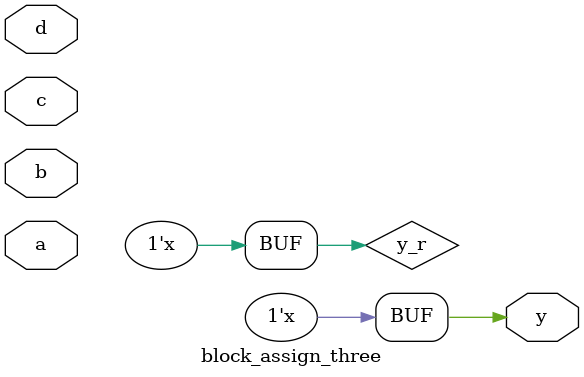
<source format=v>

module block_assign_three
        (
            input a,
            input b,
            input c,
            input d,
            
            output y        
        );
    
    reg temp1;
    reg temp2;
    reg y_r;
    
    assign y = y_r;
    
    always @(a, b, c, d)
    begin
        y_r = temp1 | temp2;
        temp1 = a & b;
        temp2 = d ^ c;        
    end    
endmodule
// END OF block_assign_three.v FILE ***************************************************

    
   
</source>
